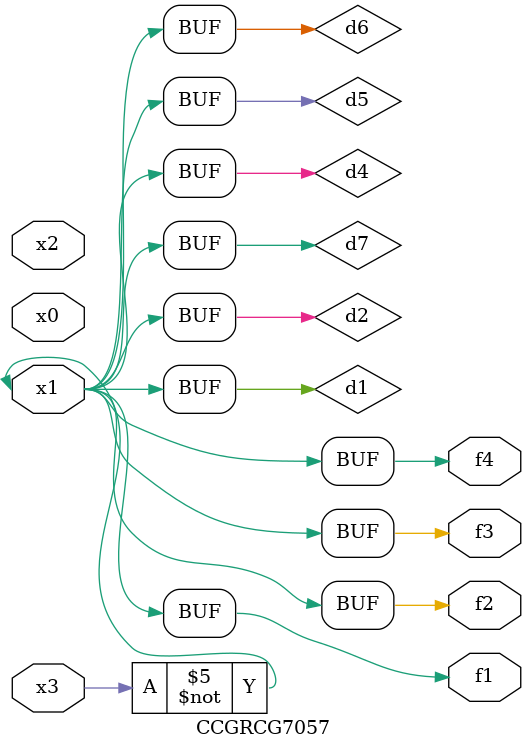
<source format=v>
module CCGRCG7057(
	input x0, x1, x2, x3,
	output f1, f2, f3, f4
);

	wire d1, d2, d3, d4, d5, d6, d7;

	not (d1, x3);
	buf (d2, x1);
	xnor (d3, d1, d2);
	nor (d4, d1);
	buf (d5, d1, d2);
	buf (d6, d4, d5);
	nand (d7, d4);
	assign f1 = d6;
	assign f2 = d7;
	assign f3 = d6;
	assign f4 = d6;
endmodule

</source>
